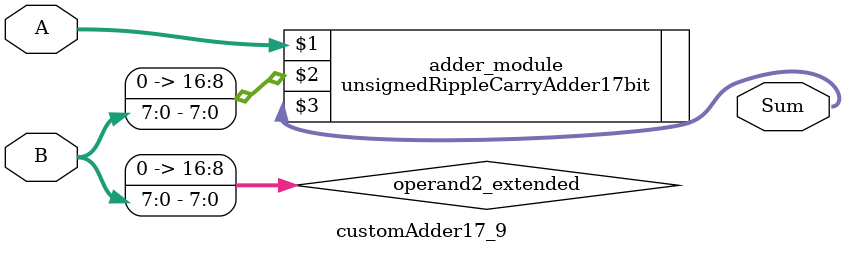
<source format=v>

module customAdder17_9(
                    input [16 : 0] A,
                    input [7 : 0] B,
                    
                    output [17 : 0] Sum
            );

    wire [16 : 0] operand2_extended;
    
    assign operand2_extended =  {9'b0, B};
    
    unsignedRippleCarryAdder17bit adder_module(
        A,
        operand2_extended,
        Sum
    );
    
endmodule
        
</source>
